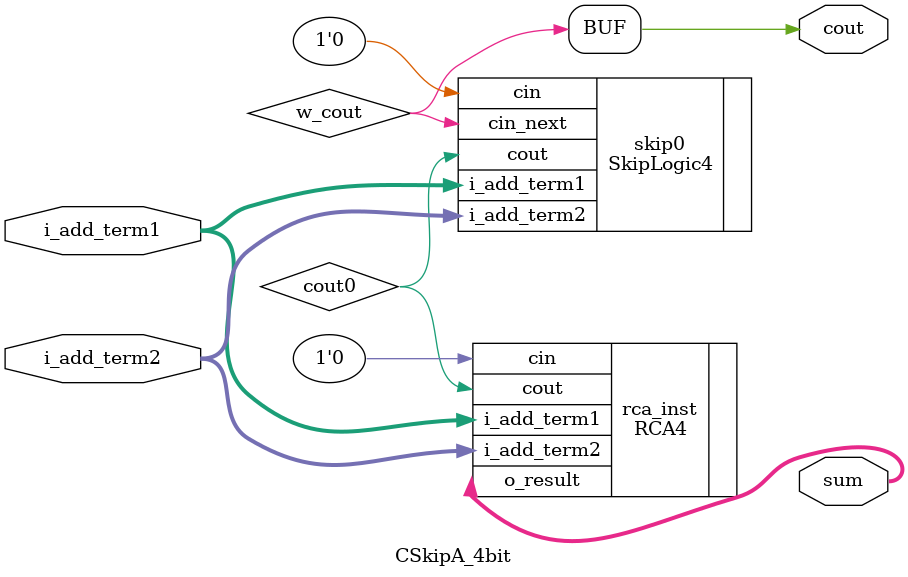
<source format=v>
`include "CSkip.v"

module CSkipA_4bit
    #(parameter WIDTH = 4)
  (
      input [WIDTH-1:0] i_add_term1,
      input [WIDTH-1:0] i_add_term2,
      output [WIDTH-1:0]  sum,
      output cout
   );
  
  wire [WIDTH/4-1:0]     w_cout;
  
  wire [WIDTH-1:0]     w_SUM_0;
  wire [WIDTH-1:0]     w_SUM_1;
  
  wire cout0;

  RCA4 rca_inst(.o_result(sum[3:0]), .cout(cout0), .i_add_term1(i_add_term1[3:0]), .i_add_term2(i_add_term2[3:0]), .cin(1'b0));
  SkipLogic4 skip0(.cin_next(w_cout[0]), .i_add_term1(i_add_term1[3:0]), .i_add_term2(i_add_term2[3:0]), .cin(1'b0), .cout(cout0));

  genvar             ii;
  generate 
      for (ii=1; ii<WIDTH/4; ii=ii+1) 
      begin
          CSkip4 cskip4_inst(sum[(ii+1)*4-1:ii*4], w_cout[ii], i_add_term1[(ii+1)*4-1:ii*4],i_add_term2[(ii+1)*4-1:ii*4],w_cout[ii-1]);  
          
       end
  endgenerate

    assign cout=w_cout[WIDTH/4-1];

endmodule
</source>
